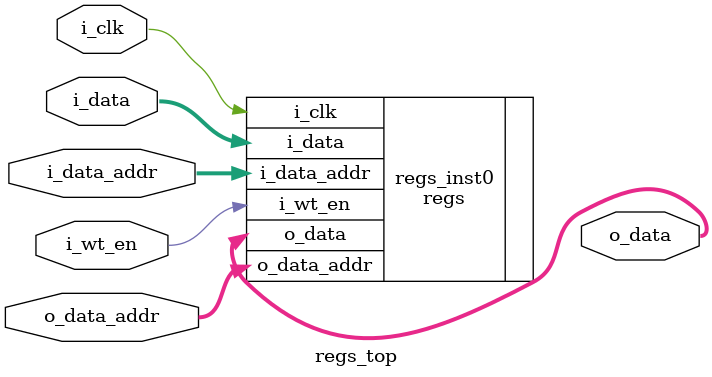
<source format=v>
module regs_top(
    input  wire [0:0] i_clk,
    input  wire [0:0] i_wt_en,
    input  wire [7:0] i_data,
    input  wire [3:0] i_data_addr,
    input  wire [3:0] o_data_addr,
    output reg  [7:0] o_data
);

    regs regs_inst0(
        .i_clk(i_clk),
        .i_wt_en(i_wt_en),
        .i_data(i_data),
        .i_data_addr(i_data_addr),
        .o_data_addr(o_data_addr),
        .o_data(o_data));
    defparam regs_inst0.REGS_WIDTH = 8;
    defparam regs_inst0.REGS_WIDTH_ADDR = 4;

endmodule

</source>
